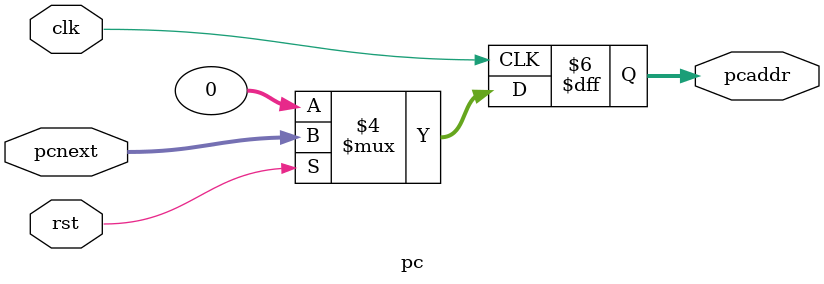
<source format=v>
`timescale 1ns / 1ps

module pc(input clk, input rst, input [31:0] pcnext, output reg [31:0] pcaddr);
    always @(negedge clk)
    begin
        if(rst == 1'b0)
        begin
            pcaddr <= 32'h00000000;
        end
        else
        begin
            pcaddr <= pcnext;
        end
    end
endmodule

</source>
